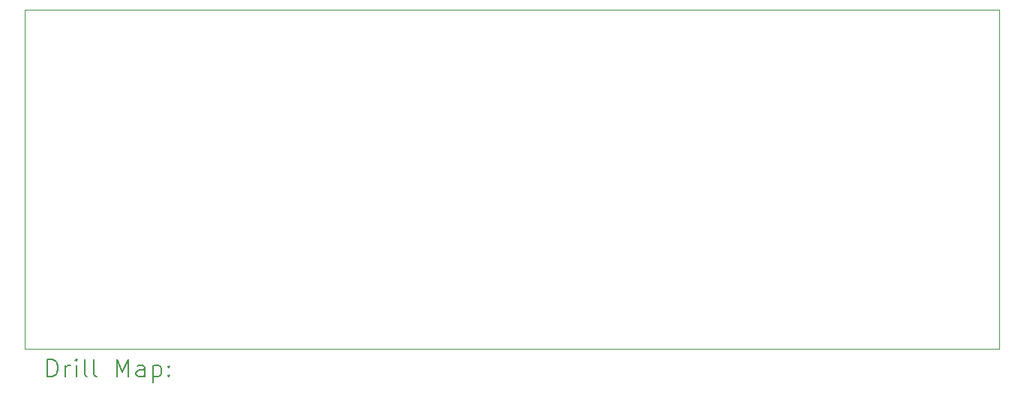
<source format=gbr>
%TF.GenerationSoftware,KiCad,Pcbnew,7.0.10*%
%TF.CreationDate,2024-11-20T16:47:17-05:00*%
%TF.ProjectId,SDP25_MainPCB_V2,53445032-355f-44d6-9169-6e5043425f56,2*%
%TF.SameCoordinates,Original*%
%TF.FileFunction,Drillmap*%
%TF.FilePolarity,Positive*%
%FSLAX45Y45*%
G04 Gerber Fmt 4.5, Leading zero omitted, Abs format (unit mm)*
G04 Created by KiCad (PCBNEW 7.0.10) date 2024-11-20 16:47:17*
%MOMM*%
%LPD*%
G01*
G04 APERTURE LIST*
%ADD10C,0.100000*%
%ADD11C,0.200000*%
G04 APERTURE END LIST*
D10*
X9474200Y-6527800D02*
X20472400Y-6527800D01*
X20472400Y-10363200D01*
X9474200Y-10363200D01*
X9474200Y-6527800D01*
D11*
X9729977Y-10679684D02*
X9729977Y-10479684D01*
X9729977Y-10479684D02*
X9777596Y-10479684D01*
X9777596Y-10479684D02*
X9806167Y-10489208D01*
X9806167Y-10489208D02*
X9825215Y-10508255D01*
X9825215Y-10508255D02*
X9834739Y-10527303D01*
X9834739Y-10527303D02*
X9844263Y-10565398D01*
X9844263Y-10565398D02*
X9844263Y-10593970D01*
X9844263Y-10593970D02*
X9834739Y-10632065D01*
X9834739Y-10632065D02*
X9825215Y-10651112D01*
X9825215Y-10651112D02*
X9806167Y-10670160D01*
X9806167Y-10670160D02*
X9777596Y-10679684D01*
X9777596Y-10679684D02*
X9729977Y-10679684D01*
X9929977Y-10679684D02*
X9929977Y-10546350D01*
X9929977Y-10584446D02*
X9939501Y-10565398D01*
X9939501Y-10565398D02*
X9949024Y-10555874D01*
X9949024Y-10555874D02*
X9968072Y-10546350D01*
X9968072Y-10546350D02*
X9987120Y-10546350D01*
X10053786Y-10679684D02*
X10053786Y-10546350D01*
X10053786Y-10479684D02*
X10044263Y-10489208D01*
X10044263Y-10489208D02*
X10053786Y-10498731D01*
X10053786Y-10498731D02*
X10063310Y-10489208D01*
X10063310Y-10489208D02*
X10053786Y-10479684D01*
X10053786Y-10479684D02*
X10053786Y-10498731D01*
X10177596Y-10679684D02*
X10158548Y-10670160D01*
X10158548Y-10670160D02*
X10149024Y-10651112D01*
X10149024Y-10651112D02*
X10149024Y-10479684D01*
X10282358Y-10679684D02*
X10263310Y-10670160D01*
X10263310Y-10670160D02*
X10253786Y-10651112D01*
X10253786Y-10651112D02*
X10253786Y-10479684D01*
X10510929Y-10679684D02*
X10510929Y-10479684D01*
X10510929Y-10479684D02*
X10577596Y-10622541D01*
X10577596Y-10622541D02*
X10644263Y-10479684D01*
X10644263Y-10479684D02*
X10644263Y-10679684D01*
X10825215Y-10679684D02*
X10825215Y-10574922D01*
X10825215Y-10574922D02*
X10815691Y-10555874D01*
X10815691Y-10555874D02*
X10796644Y-10546350D01*
X10796644Y-10546350D02*
X10758548Y-10546350D01*
X10758548Y-10546350D02*
X10739501Y-10555874D01*
X10825215Y-10670160D02*
X10806167Y-10679684D01*
X10806167Y-10679684D02*
X10758548Y-10679684D01*
X10758548Y-10679684D02*
X10739501Y-10670160D01*
X10739501Y-10670160D02*
X10729977Y-10651112D01*
X10729977Y-10651112D02*
X10729977Y-10632065D01*
X10729977Y-10632065D02*
X10739501Y-10613017D01*
X10739501Y-10613017D02*
X10758548Y-10603493D01*
X10758548Y-10603493D02*
X10806167Y-10603493D01*
X10806167Y-10603493D02*
X10825215Y-10593970D01*
X10920453Y-10546350D02*
X10920453Y-10746350D01*
X10920453Y-10555874D02*
X10939501Y-10546350D01*
X10939501Y-10546350D02*
X10977596Y-10546350D01*
X10977596Y-10546350D02*
X10996644Y-10555874D01*
X10996644Y-10555874D02*
X11006167Y-10565398D01*
X11006167Y-10565398D02*
X11015691Y-10584446D01*
X11015691Y-10584446D02*
X11015691Y-10641589D01*
X11015691Y-10641589D02*
X11006167Y-10660636D01*
X11006167Y-10660636D02*
X10996644Y-10670160D01*
X10996644Y-10670160D02*
X10977596Y-10679684D01*
X10977596Y-10679684D02*
X10939501Y-10679684D01*
X10939501Y-10679684D02*
X10920453Y-10670160D01*
X11101405Y-10660636D02*
X11110929Y-10670160D01*
X11110929Y-10670160D02*
X11101405Y-10679684D01*
X11101405Y-10679684D02*
X11091882Y-10670160D01*
X11091882Y-10670160D02*
X11101405Y-10660636D01*
X11101405Y-10660636D02*
X11101405Y-10679684D01*
X11101405Y-10555874D02*
X11110929Y-10565398D01*
X11110929Y-10565398D02*
X11101405Y-10574922D01*
X11101405Y-10574922D02*
X11091882Y-10565398D01*
X11091882Y-10565398D02*
X11101405Y-10555874D01*
X11101405Y-10555874D02*
X11101405Y-10574922D01*
M02*

</source>
